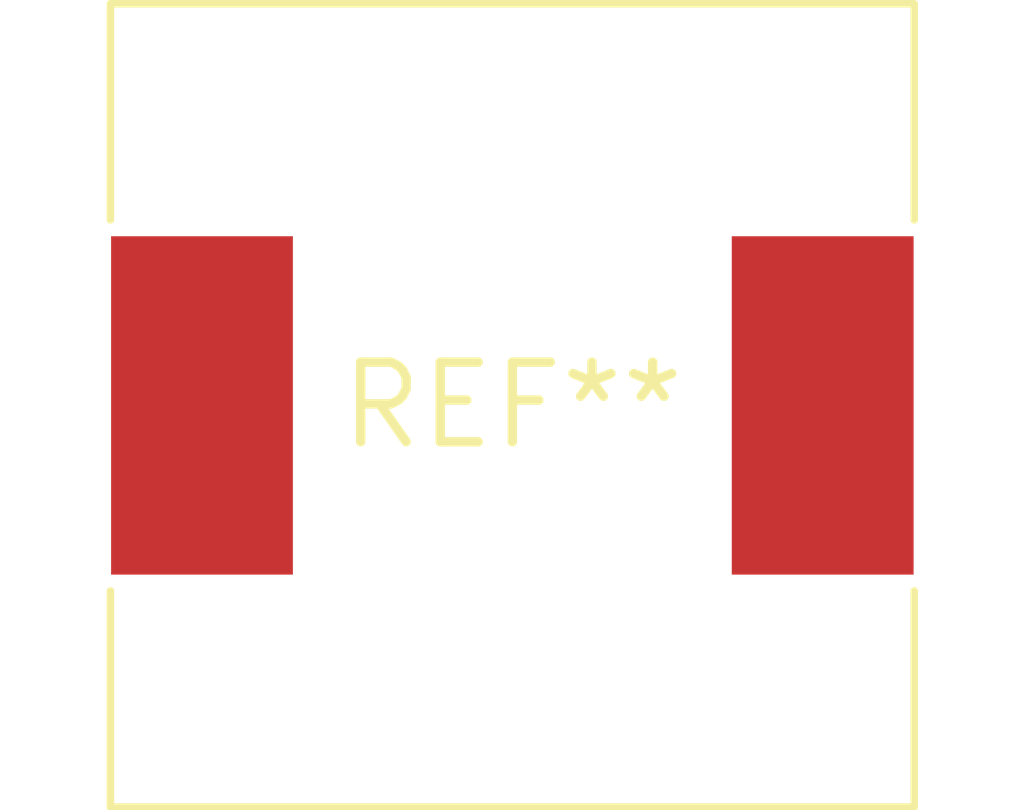
<source format=kicad_pcb>
(kicad_pcb (version 20240108) (generator pcbnew)
  (layers (0 "F.Cu" signal) (31 "B.Cu" signal) (34 "B.Paste" user) (35 "F.Paste" user) (36 "B.SilkS" user "B.Silkscreen") (37 "F.SilkS" user "F.Silkscreen") (38 "B.Mask" user) (39 "F.Mask" user) (44 "Edge.Cuts" user))
  (net 0 "")
  (footprint "L_SXN_SMDRI124" (layer "F.Cu") (at 0 0)
    (property "Reference" "REF**")
    (property "Value" "L_SXN_SMDRI124")
    (fp_line (start -6.41 -6.41) (end -6.41 -2.96) (layer "F.SilkS") (stroke (width 0.12)))
    (fp_line (start -6.41 -6.41) (end 6.41 -6.41) (layer "F.SilkS") (stroke (width 0.12)))
    (fp_line (start -6.41 6.41) (end -6.41 2.96) (layer "F.SilkS") (stroke (width 0.12)))
    (fp_line (start -6.41 6.41) (end 6.41 6.41) (layer "F.SilkS") (stroke (width 0.12)))
    (fp_line (start 6.41 -6.41) (end 6.41 -2.96) (layer "F.SilkS") (stroke (width 0.12)))
    (fp_line (start 6.41 6.41) (end 6.41 2.96) (layer "F.SilkS") (stroke (width 0.12)))
    (pad "1" smd rect (at -4.95 0) (size 2.9 5.4) (layers "F.Cu" "F.Paste" "F.Mask"))
    (pad "2" smd rect (at 4.95 0) (size 2.9 5.4) (layers "F.Cu" "F.Paste" "F.Mask"))
  )
)
</source>
